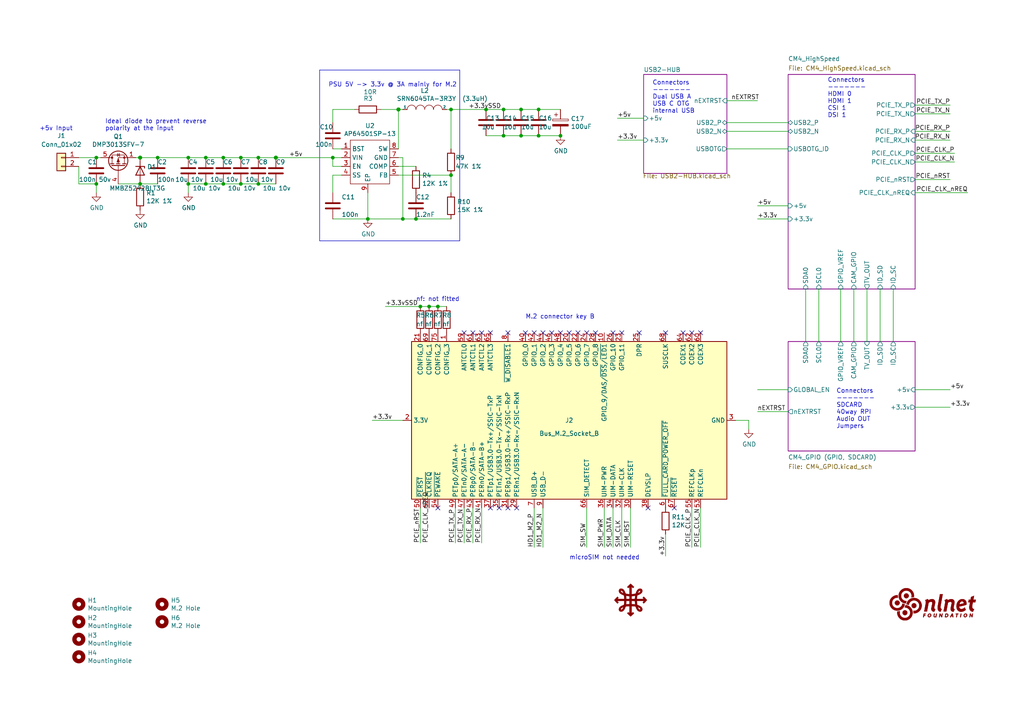
<source format=kicad_sch>
(kicad_sch (version 20220404) (generator eeschema)
  (paper "A4")
  (title_block (title "Balthazar CM4 IO Board - Top Level") (rev "1"))
  (lib_symbols
    (symbol "CM4IO:AP64351"
      (property "Reference" "U" (at 0 8.89 0))
      (property "Value" "AP64351" (at 1.27 6.35 0))
      (symbol "AP64351_1_1"
        (pin passive line (at -7.62 2.54 0) (length 2.54) (name "BST") (number "1"))
        (pin power_in line (at -7.62 0 0) (length 2.54) (name "VIN") (number "2"))
        (pin input line (at -7.62 -2.54 0) (length 2.54) (name "EN") (number "3"))
        (pin input line (at -7.62 -5.08 0) (length 2.54) (name "SS") (number "4"))
        (pin input line (at 8.89 -5.08 180) (length 2.54) (name "FB") (number "5"))
        (pin input line (at 8.89 -2.54 180) (length 2.54) (name "COMP") (number "6"))
        (pin power_in line (at 8.89 0 180) (length 2.54) (name "GND") (number "7"))
        (pin output line (at 8.89 2.54 180) (length 2.54) (name "SW") (number "8"))
        (pin passive line (at 0 -10.16 90) (length 2.54) (name "EP") (number "9"))
      )
    )
    (symbol "Connector:Bus_M.2_Socket_B"
      (property "Reference" "J" (at -22.86 46.99 0))
      (property "Value" "Bus_M.2_Socket_B" (at 16.51 46.99 0))
      (symbol "Bus_M.2_Socket_B_1_1"
        (pin input line (at 25.4 35.56 180) (length 2.54) (name "CONFIG_3") (number "1"))
        (pin bidirectional line (at 25.4 -10.16 180) (length 2.54) (name "GPIO_9/DAS/~{DSS}/~{LED1}") (number "10"))
        (pin passive line (at 0 -48.26 90) (length 2.54) hide (name "GND") (number "11"))
        (pin power_in line (at 0 48.26 270) (length 2.54) (name "3.3V") (number "2"))
        (pin bidirectional line (at 25.4 0 180) (length 2.54) (name "GPIO_5") (number "20"))
        (pin input line (at 25.4 43.18 180) (length 2.54) (name "CONFIG_0") (number "21"))
        (pin bidirectional line (at 25.4 -2.54 180) (length 2.54) (name "GPIO_6") (number "22"))
        (pin bidirectional line (at 25.4 -15.24 180) (length 2.54) (name "GPIO_11") (number "23"))
        (pin bidirectional line (at 25.4 -5.08 180) (length 2.54) (name "GPIO_7") (number "24"))
        (pin output line (at 25.4 -20.32 180) (length 2.54) (name "DPR") (number "25"))
        (pin bidirectional line (at 25.4 -12.7 180) (length 2.54) (name "GPIO_10") (number "26"))
        (pin passive line (at 0 -48.26 90) (length 2.54) hide (name "GND") (number "27"))
        (pin bidirectional line (at 25.4 -7.62 180) (length 2.54) (name "GPIO_8") (number "28"))
        (pin input line (at -25.4 15.24 0) (length 2.54) (name "PERn1/USB3.0-Rx-/SSIC-RxN") (number "29"))
        (pin power_in line (at 0 -48.26 90) (length 2.54) (name "GND") (number "3"))
        (pin input line (at -25.4 -17.78 0) (length 2.54) (name "UIM-RESET") (number "30"))
        (pin input line (at -25.4 17.78 0) (length 2.54) (name "PERp1/USB3.0-Rx+/SSIC-RxP") (number "31"))
        (pin input line (at -25.4 -15.24 0) (length 2.54) (name "UIM-CLK") (number "32"))
        (pin passive line (at 0 -48.26 90) (length 2.54) hide (name "GND") (number "33"))
        (pin bidirectional line (at -25.4 -12.7 0) (length 2.54) (name "UIM-DATA") (number "34"))
        (pin output line (at -25.4 20.32 0) (length 2.54) (name "PETn1/USB3.0-Tx-/SSIC-TxN") (number "35"))
        (pin input line (at -25.4 -10.16 0) (length 2.54) (name "UIM-PWR") (number "36"))
        (pin output line (at -25.4 22.86 0) (length 2.54) (name "PETp1/USB3.0-Tx+/SSIC-TxP") (number "37"))
        (pin output line (at -25.4 -22.86 0) (length 2.54) (name "DEVSLP") (number "38"))
        (pin passive line (at 0 -48.26 90) (length 2.54) hide (name "GND") (number "39"))
        (pin passive line (at 0 48.26 270) (length 2.54) hide (name "3.3V") (number "4"))
        (pin bidirectional line (at 25.4 12.7 180) (length 2.54) (name "GPIO_0") (number "40"))
        (pin input line (at -25.4 25.4 0) (length 2.54) (name "PERn0/SATA-B+") (number "41"))
        (pin bidirectional line (at 25.4 10.16 180) (length 2.54) (name "GPIO_1") (number "42"))
        (pin input line (at -25.4 27.94 0) (length 2.54) (name "PERp0/SATA-B-") (number "43"))
        (pin bidirectional line (at 25.4 7.62 180) (length 2.54) (name "GPIO_2") (number "44"))
        (pin passive line (at 0 -48.26 90) (length 2.54) hide (name "GND") (number "45"))
        (pin bidirectional line (at 25.4 5.08 180) (length 2.54) (name "GPIO_3") (number "46"))
        (pin output line (at -25.4 30.48 0) (length 2.54) (name "PETn0/SATA-A-") (number "47"))
        (pin bidirectional line (at 25.4 2.54 180) (length 2.54) (name "GPIO_4") (number "48"))
        (pin output line (at -25.4 33.02 0) (length 2.54) (name "PETp0/SATA-A+") (number "49"))
        (pin passive line (at 0 -48.26 90) (length 2.54) hide (name "GND") (number "5"))
        (pin output line (at -25.4 43.18 0) (length 2.54) (name "~{PERST}") (number "50"))
        (pin passive line (at 0 -48.26 90) (length 2.54) hide (name "GND") (number "51"))
        (pin bidirectional line (at -25.4 40.64 0) (length 2.54) (name "~{CLKREQ}") (number "52"))
        (pin output line (at -25.4 -38.1 0) (length 2.54) (name "REFCLKn") (number "53"))
        (pin bidirectional line (at -25.4 38.1 0) (length 2.54) (name "~{PEWAKE}") (number "54"))
        (pin output line (at -25.4 -35.56 0) (length 2.54) (name "REFCLKp") (number "55"))
        (pin no_connect line (at 22.86 -43.18 180) (length 2.54) hide (name "NC") (number "56"))
        (pin passive line (at 0 -48.26 90) (length 2.54) hide (name "GND") (number "57"))
        (pin no_connect line (at 22.86 -40.64 180) (length 2.54) hide (name "NC") (number "58"))
        (pin input line (at 25.4 30.48 180) (length 2.54) (name "ANTCTL0") (number "59"))
        (pin output line (at -25.4 -27.94 0) (length 2.54) (name "~{FULL_CARD_POWER_OFF}") (number "6"))
        (pin bidirectional line (at 25.4 -38.1 180) (length 2.54) (name "COEX3") (number "60"))
        (pin input line (at 25.4 27.94 180) (length 2.54) (name "ANTCTL1") (number "61"))
        (pin bidirectional line (at 25.4 -35.56 180) (length 2.54) (name "COEX2") (number "62"))
        (pin input line (at 25.4 25.4 180) (length 2.54) (name "ANTCTL2") (number "63"))
        (pin bidirectional line (at 25.4 -33.02 180) (length 2.54) (name "COEX1") (number "64"))
        (pin input line (at 25.4 22.86 180) (length 2.54) (name "ANTCTL3") (number "65"))
        (pin output line (at -25.4 -5.08 0) (length 2.54) (name "SIM_DETECT") (number "66"))
        (pin output line (at -25.4 -30.48 0) (length 2.54) (name "~{RESET}") (number "67"))
        (pin output line (at 25.4 -27.94 180) (length 2.54) (name "SUSCLK") (number "68"))
        (pin input line (at 25.4 40.64 180) (length 2.54) (name "CONFIG_1") (number "69"))
        (pin bidirectional line (at -25.4 10.16 0) (length 2.54) (name "USB_D+") (number "7"))
        (pin passive line (at 0 48.26 270) (length 2.54) hide (name "3.3V") (number "70"))
        (pin passive line (at 0 -48.26 90) (length 2.54) hide (name "GND") (number "71"))
        (pin passive line (at 0 48.26 270) (length 2.54) hide (name "3.3V") (number "72"))
        (pin passive line (at 0 -48.26 90) (length 2.54) hide (name "GND") (number "73"))
        (pin passive line (at 0 48.26 270) (length 2.54) hide (name "3.3V") (number "74"))
        (pin input line (at 25.4 38.1 180) (length 2.54) (name "CONFIG_2") (number "75"))
        (pin output line (at 25.4 17.78 180) (length 2.54) (name "~{W_DISABLE1}") (number "8"))
        (pin bidirectional line (at -25.4 7.62 0) (length 2.54) (name "USB_D-") (number "9"))
      )
    )
    (symbol "Connector_Generic:Conn_01x02" (pin_names (offset 1.016) hide)
      (property "Reference" "J" (at 0 2.54 0))
      (property "Value" "Conn_01x02" (at 0 -5.08 0))
      (symbol "Conn_01x02_1_1"
        (pin passive line (at -5.08 0 0) (length 3.81) (name "Pin_1") (number "1"))
        (pin passive line (at -5.08 -2.54 0) (length 3.81) (name "Pin_2") (number "2"))
      )
    )
    (symbol "Device:C" (pin_numbers hide) (pin_names (offset 0.254))
      (property "Reference" "C" (at 0.635 2.54 0))
      (property "Value" "C" (at 0.635 -2.54 0))
      (symbol "C_1_1"
        (pin passive line (at 0 3.81 270) (length 2.794) (name "~") (number "1"))
        (pin passive line (at 0 -3.81 90) (length 2.794) (name "~") (number "2"))
      )
    )
    (symbol "Device:CP" (pin_numbers hide) (pin_names (offset 0.254))
      (property "Reference" "C" (at 0.635 2.54 0))
      (property "Value" "CP" (at 0.635 -2.54 0))
      (symbol "CP_1_1"
        (pin passive line (at 0 3.81 270) (length 2.794) (name "~") (number "1"))
        (pin passive line (at 0 -3.81 90) (length 2.794) (name "~") (number "2"))
      )
    )
    (symbol "Device:R" (pin_numbers hide) (pin_names (offset 0))
      (property "Reference" "R" (at 2.032 0 90))
      (property "Value" "R" (at 0 0 90))
      (symbol "R_1_1"
        (pin passive line (at 0 3.81 270) (length 1.27) (name "~") (number "1"))
        (pin passive line (at 0 -3.81 90) (length 1.27) (name "~") (number "2"))
      )
    )
    (symbol "Diode:BZX84Cxx" (pin_numbers hide) (pin_names hide)
      (property "Reference" "D" (at 0 2.54 0))
      (property "Value" "BZX84Cxx" (at 0 -2.54 0))
      (symbol "BZX84Cxx_1_1"
        (pin passive line (at -3.81 0 0) (length 2.54) (name "K") (number "1"))
        (pin passive line (at 3.81 0 180) (length 2.54) (name "A") (number "2"))
      )
    )
    (symbol "Mechanical:MountingHole" (pin_names (offset 1.016))
      (property "Reference" "H" (at 0 5.08 0))
      (property "Value" "MountingHole" (at 0 3.175 0))
    )
    (symbol "MountingHole_1" (pin_names (offset 1.016))
      (property "Reference" "H" (at 0 5.08 0))
      (property "Value" "MountingHole_1" (at 0 3.175 0))
    )
    (symbol "MountingHole_2" (pin_names (offset 1.016))
      (property "Reference" "H" (at 0 5.08 0))
      (property "Value" "MountingHole_2" (at 0 3.175 0))
    )
    (symbol "MountingHole_3" (pin_names (offset 1.016))
      (property "Reference" "H" (at 0 5.08 0))
      (property "Value" "MountingHole_3" (at 0 3.175 0))
    )
    (symbol "Transistor_FET:DMP3013SFV" (pin_names hide)
      (property "Reference" "Q" (at 5.08 1.905 0))
      (property "Value" "DMP3013SFV" (at 5.08 0 0))
      (symbol "DMP3013SFV_1_1"
        (pin passive line (at 2.54 -5.08 90) (length 2.54) (name "S") (number "1"))
        (pin passive line (at 2.54 -5.08 90) (length 2.54) hide (name "S") (number "2"))
        (pin passive line (at 2.54 -5.08 90) (length 2.54) hide (name "S") (number "3"))
        (pin passive line (at -5.08 0 0) (length 2.54) (name "G") (number "4"))
        (pin passive line (at 2.54 5.08 270) (length 2.54) (name "D") (number "5"))
      )
    )
    (symbol "balthazar-logo:LOGO" (pin_names (offset 1.016)))
    (symbol "nlnet-logo:LOGO" (pin_names (offset 1.016)))
    (symbol "power:GND" (power) (pin_names (offset 0))
      (property "Value" "GND" (at 0 -3.81 0))
      (symbol "GND_1_1"
        (pin power_in line (at 0 0 270) (length 0) hide (name "GND") (number "1"))
      )
    )
    (symbol "pspice:INDUCTOR" (pin_numbers hide) (pin_names (offset 0))
      (property "Reference" "L" (at 0 2.54 0))
      (property "Value" "INDUCTOR" (at 0 -1.27 0))
      (symbol "INDUCTOR_1_1"
        (pin input line (at -6.35 0 0) (length 1.27) (name "1") (number "1"))
        (pin input line (at 6.35 0 180) (length 1.27) (name "2") (number "2"))
      )
    )
  )
  (junction (at 59.69 53.34))
  (junction (at 130.81 50.8))
  (junction (at 27.94 53.34))
  (junction (at 54.61 45.72))
  (junction (at 151.13 39.37))
  (junction (at 74.93 53.34))
  (junction (at 59.69 45.72))
  (junction (at 156.21 31.75))
  (junction (at 27.94 45.72))
  (junction (at 64.77 53.34))
  (junction (at 121.92 88.9))
  (junction (at 45.72 45.72))
  (junction (at 106.68 63.5))
  (junction (at 162.56 39.37))
  (junction (at 146.05 31.75))
  (junction (at 156.21 39.37))
  (junction (at 140.97 31.75))
  (junction (at 74.93 45.72))
  (junction (at 115.57 31.75) (diameter 1.016))
  (junction (at 146.05 39.37))
  (junction (at 96.52 45.72))
  (junction (at 64.77 45.72))
  (junction (at 116.84 63.5))
  (junction (at 130.81 31.75))
  (junction (at 69.85 45.72))
  (junction (at 40.64 45.72) (diameter 1.016))
  (junction (at 120.65 63.5))
  (junction (at 40.64 53.34))
  (junction (at 54.61 53.34))
  (junction (at 151.13 31.75))
  (junction (at 124.46 88.9))
  (junction (at 69.85 53.34))
  (junction (at 80.01 45.72) (diameter 1.016))
  (junction (at 127 88.9))
  (no_connect (at 193.04 96.52))
  (no_connect (at 195.58 147.32))
  (no_connect (at 149.86 147.32))
  (no_connect (at 147.32 147.32))
  (no_connect (at 144.78 147.32))
  (no_connect (at 142.24 147.32))
  (no_connect (at 134.62 96.52))
  (no_connect (at 137.16 96.52))
  (no_connect (at 139.7 96.52))
  (no_connect (at 142.24 96.52))
  (no_connect (at 185.42 96.52))
  (no_connect (at 167.64 96.52))
  (no_connect (at 170.18 96.52))
  (no_connect (at 172.72 96.52))
  (no_connect (at 187.96 147.32))
  (no_connect (at 165.1 96.52))
  (no_connect (at 203.2 96.52))
  (no_connect (at 200.66 96.52))
  (no_connect (at 198.12 96.52))
  (no_connect (at 147.32 96.52))
  (no_connect (at 177.8 96.52))
  (no_connect (at 180.34 96.52))
  (no_connect (at 152.4 96.52))
  (no_connect (at 154.94 96.52))
  (no_connect (at 157.48 96.52))
  (no_connect (at 160.02 96.52))
  (no_connect (at 162.56 96.52))
  (no_connect (at 127 147.32))
  (wire (pts (xy 177.8 147.32) (xy 177.8 158.75)))
  (wire (pts (xy 156.21 31.75) (xy 151.13 31.75)))
  (wire (pts (xy 180.34 147.32) (xy 180.34 158.75)))
  (wire (pts (xy 140.97 39.37) (xy 146.05 39.37)))
  (wire (pts (xy 265.43 40.64) (xy 275.59 40.64)))
  (wire (pts (xy 111.76 88.9) (xy 121.92 88.9)))
  (wire (pts (xy 170.18 147.32) (xy 170.18 158.75)))
  (wire (pts (xy 27.94 45.72) (xy 29.21 45.72)))
  (wire (pts (xy 130.81 31.75) (xy 140.97 31.75)))
  (wire (pts (xy 130.81 31.75) (xy 130.81 43.18)))
  (wire (pts (xy 115.57 45.72) (xy 116.84 45.72)))
  (wire (pts (xy 80.01 45.72) (xy 96.52 45.72)))
  (wire (pts (xy 59.69 45.72) (xy 64.77 45.72)))
  (wire (pts (xy 275.59 113.03) (xy 265.43 113.03)))
  (wire (pts (xy 219.71 113.03) (xy 228.6 113.03)))
  (wire (pts (xy 99.06 50.8) (xy 96.52 50.8)))
  (wire (pts (xy 69.85 45.72) (xy 74.93 45.72)))
  (wire (pts (xy 74.93 45.72) (xy 80.01 45.72)))
  (wire (pts (xy 110.49 31.75) (xy 115.57 31.75)))
  (wire (pts (xy 115.57 31.75) (xy 116.84 31.75)))
  (wire (pts (xy 243.84 83.82) (xy 243.84 99.06)))
  (wire (pts (xy 179.07 34.29) (xy 186.69 34.29)))
  (wire (pts (xy 251.46 99.06) (xy 251.46 83.82)))
  (wire (pts (xy 106.68 63.5) (xy 116.84 63.5)))
  (wire (pts (xy 154.94 147.32) (xy 154.94 158.75)))
  (wire (pts (xy 134.62 147.32) (xy 134.62 157.48)))
  (wire (pts (xy 39.37 45.72) (xy 40.64 45.72)))
  (wire (pts (xy 34.29 53.34) (xy 40.64 53.34)))
  (wire (pts (xy 210.82 38.1) (xy 228.6 38.1)))
  (wire (pts (xy 265.43 44.45) (xy 276.86 44.45)))
  (wire (pts (xy 116.84 45.72) (xy 116.84 63.5)))
  (wire (pts (xy 127 88.9) (xy 129.54 88.9)))
  (wire (pts (xy 96.52 31.75) (xy 102.87 31.75)))
  (wire (pts (xy 140.97 31.75) (xy 146.05 31.75)))
  (wire (pts (xy 217.17 121.92) (xy 217.17 124.46)))
  (wire (pts (xy 182.88 147.32) (xy 182.88 158.75)))
  (wire (pts (xy 54.61 45.72) (xy 59.69 45.72)))
  (wire (pts (xy 40.64 45.72) (xy 45.72 45.72)))
  (wire (pts (xy 121.92 88.9) (xy 124.46 88.9)))
  (wire (pts (xy 255.27 83.82) (xy 255.27 99.06)))
  (wire (pts (xy 132.08 147.32) (xy 132.08 157.48)))
  (wire (pts (xy 116.84 63.5) (xy 120.65 63.5)))
  (wire (pts (xy 237.49 83.82) (xy 237.49 99.06)))
  (wire (pts (xy 115.57 50.8) (xy 130.81 50.8)))
  (wire (pts (xy 219.71 63.5) (xy 228.6 63.5)))
  (wire (pts (xy 22.86 53.34) (xy 22.86 48.26)))
  (wire (pts (xy 156.21 31.75) (xy 162.56 31.75)))
  (wire (pts (xy 139.7 147.32) (xy 139.7 157.48)))
  (wire (pts (xy 129.54 31.75) (xy 130.81 31.75)))
  (wire (pts (xy 210.82 29.21) (xy 219.71 29.21)))
  (wire (pts (xy 96.52 63.5) (xy 106.68 63.5)))
  (wire (pts (xy 96.52 48.26) (xy 99.06 48.26)))
  (wire (pts (xy 74.93 53.34) (xy 80.01 53.34)))
  (wire (pts (xy 69.85 53.34) (xy 74.93 53.34)))
  (wire (pts (xy 179.07 40.64) (xy 186.69 40.64)))
  (wire (pts (xy 146.05 31.75) (xy 151.13 31.75)))
  (polyline (pts (xy 133.35 20.32) (xy 133.35 69.85)) (stroke (width 0) (type solid)))
  (wire (pts (xy 233.68 83.82) (xy 233.68 99.06)))
  (wire (pts (xy 107.95 121.92) (xy 116.84 121.92)))
  (wire (pts (xy 96.52 50.8) (xy 96.52 55.88)))
  (polyline (pts (xy 133.35 69.85) (xy 92.71 69.85)) (stroke (width 0) (type solid)))
  (wire (pts (xy 115.57 31.75) (xy 115.57 43.18)))
  (wire (pts (xy 27.94 53.34) (xy 22.86 53.34)))
  (wire (pts (xy 203.2 147.32) (xy 203.2 158.75)))
  (wire (pts (xy 265.43 30.48) (xy 275.59 30.48)))
  (wire (pts (xy 265.43 46.99) (xy 276.86 46.99)))
  (wire (pts (xy 40.64 53.34) (xy 45.72 53.34)))
  (wire (pts (xy 121.92 147.32) (xy 121.92 157.48)))
  (wire (pts (xy 265.43 52.07) (xy 275.59 52.07)))
  (wire (pts (xy 156.21 39.37) (xy 162.56 39.37)))
  (wire (pts (xy 210.82 43.18) (xy 228.6 43.18)))
  (wire (pts (xy 130.81 50.8) (xy 130.81 55.88)))
  (wire (pts (xy 156.21 39.37) (xy 151.13 39.37)))
  (wire (pts (xy 27.94 53.34) (xy 27.94 55.88)))
  (wire (pts (xy 265.43 55.88) (xy 280.67 55.88)))
  (wire (pts (xy 193.04 154.94) (xy 193.04 161.29)))
  (wire (pts (xy 54.61 53.34) (xy 59.69 53.34)))
  (wire (pts (xy 45.72 45.72) (xy 54.61 45.72)))
  (wire (pts (xy 96.52 31.75) (xy 96.52 35.56)))
  (wire (pts (xy 157.48 147.32) (xy 157.48 158.75)))
  (wire (pts (xy 96.52 45.72) (xy 99.06 45.72)))
  (polyline (pts (xy 92.71 20.32) (xy 133.35 20.32)) (stroke (width 0) (type solid)))
  (wire (pts (xy 219.71 119.38) (xy 228.6 119.38)))
  (wire (pts (xy 219.71 59.69) (xy 228.6 59.69)))
  (wire (pts (xy 217.17 121.92) (xy 213.36 121.92)))
  (wire (pts (xy 96.52 43.18) (xy 99.06 43.18)))
  (wire (pts (xy 200.66 147.32) (xy 200.66 158.75)))
  (polyline (pts (xy 92.71 20.32) (xy 92.71 69.85)) (stroke (width 0) (type solid)))
  (wire (pts (xy 59.69 53.34) (xy 64.77 53.34)))
  (wire (pts (xy 247.65 99.06) (xy 247.65 83.82)))
  (wire (pts (xy 210.82 35.56) (xy 228.6 35.56)))
  (wire (pts (xy 64.77 45.72) (xy 69.85 45.72)))
  (wire (pts (xy 124.46 88.9) (xy 127 88.9)))
  (wire (pts (xy 64.77 53.34) (xy 69.85 53.34)))
  (wire (pts (xy 96.52 45.72) (xy 96.52 48.26)))
  (wire (pts (xy 265.43 118.11) (xy 275.59 118.11)))
  (wire (pts (xy 259.08 99.06) (xy 259.08 83.82)))
  (wire (pts (xy 106.68 55.88) (xy 106.68 63.5)))
  (wire (pts (xy 54.61 53.34) (xy 54.61 55.88)))
  (wire (pts (xy 115.57 48.26) (xy 120.65 48.26)))
  (wire (pts (xy 146.05 39.37) (xy 151.13 39.37)))
  (wire (pts (xy 137.16 147.32) (xy 137.16 157.48)))
  (wire (pts (xy 265.43 33.02) (xy 275.59 33.02)))
  (wire (pts (xy 120.65 63.5) (xy 130.81 63.5)))
  (wire (pts (xy 22.86 45.72) (xy 27.94 45.72)))
  (wire (pts (xy 175.26 147.32) (xy 175.26 158.75)))
  (wire (pts (xy 265.43 38.1) (xy 275.59 38.1)))
  (text "nf: not fitted" (at 120.65 87.63 0) (effects (font (size 1.27 1.27)) (justify left bottom)))
  (text "Connectors\n-------\nSDCARD\n40way RPI\nAudio OUT\nJumpers" (at 242.57 124.46 0) (effects (font (size 1.27 1.27)) (justify left bottom)))
  (text "Connectors\n-------\nDual USB A\nUSB C OTG\ninternal USB" (at 189.23 33.02 0) (effects (font (size 1.27 1.27)) (justify left bottom)))
  (text "Ideal diode to prevent reverse\npolarity at the input" (at 30.48 38.1 0) (effects (font (size 1.27 1.27)) (justify left bottom)))
  (text "+5v Input" (at 11.43 38.1 0) (effects (font (size 1.27 1.27)) (justify left bottom)))
  (text "Connectors\n-------\nHDMI 0\nHDMI 1\nCSI 1\nDSI 1" (at 240.03 34.29 0) (effects (font (size 1.27 1.27)) (justify left bottom)))
  (text "PSU 5V -> 3.3v @ 3A mainly for M.2" (at 95.25 25.4 0) (effects (font (size 1.27 1.27)) (justify left bottom)))
  (text "M.2 connector key B" (at 152.4 92.71 0) (effects (font (size 1.27 1.27)) (justify left bottom)))
  (text "microSIM not needed" (at 165.1 162.56 0) (effects (font (size 1.27 1.27)) (justify left bottom)))
  (label "PCIE_CLK_N" (at 276.86 46.99 0))
  (label "SIM_DATA" (at 177.8 158.75 90))
  (label "PCIE_RX_P" (at 275.59 38.1 0))
  (label "+3.3v" (at 275.59 118.11 0))
  (label "PCIE_CLK_N" (at 203.2 158.75 90))
  (label "PCIE_TX_P" (at 132.08 157.48 90))
  (label "nEXTRST" (at 219.71 119.38 0))
  (label "SIM_RST" (at 182.88 158.75 90))
  (label "+3.3v" (at 193.04 161.29 90))
  (label "SIM_SW" (at 170.18 158.75 90))
  (label "PCIE_CLK_nREQ" (at 124.46 157.48 90))
  (label "+5v" (at 179.07 34.29 0))
  (label "+3.3vSSD" (at 135.89 31.75 0))
  (label "PCIE_RX_P" (at 137.16 157.48 90))
  (label "nEXTRST" (at 212.09 29.21 0))
  (label "SIM_CLK" (at 180.34 158.75 90))
  (label "HD1_M2_N" (at 157.48 158.75 90))
  (label "+3.3v" (at 107.95 121.92 0))
  (label "+3.3v" (at 179.07 40.64 0))
  (label "PCIE_CLK_P" (at 200.66 158.75 90))
  (label "PCIE_TX_N" (at 275.59 33.02 0))
  (label "PCIE_TX_N" (at 134.62 157.48 90))
  (label "+5v" (at 83.82 45.72 0))
  (label "PCIE_nRST" (at 275.59 52.07 0))
  (label "PCIE_CLK_nREQ" (at 280.67 55.88 0))
  (label "PCIE_CLK_P" (at 276.86 44.45 0))
  (label "+3.3v" (at 219.71 63.5 0))
  (label "+5v" (at 275.59 113.03 0))
  (label "PCIE_RX_N" (at 275.59 40.64 0))
  (label "HD1_M2_P" (at 154.94 158.75 90))
  (label "+3.3vSSD" (at 111.76 88.9 0))
  (label "PCIE_RX_N" (at 139.7 157.48 90))
  (label "PCIE_nRST" (at 121.92 157.48 90))
  (label "PCIE_TX_P" (at 275.59 30.48 0))
  (label "SIM_PWR" (at 175.26 158.75 90))
  (label "+5v" (at 219.71 59.69 0))
  (symbol (lib_name "MountingHole_2") (lib_id "Mechanical:MountingHole") (at 22.86 190.5 0) (unit 1)
    (default_instance (reference "U") (unit 1) (value "") (footprint ""))
    (property "Reference" "H4" (at 25.4 189.357 0) (effects (justify left)))
    (property "Value" "MountingHole" (at 25.4 191.643 0) (effects (justify left)))
    (property "Footprint" "MountingHole:MountingHole_2.7mm_M2.5" (effects hide))
    (property "Field4" "nf" (effects hide))
    (property "Field5" "nf" (effects hide))
    (property "Field6" "nf" (effects hide))
    (property "Field7" "nf" (effects hide))
    (property "Part Description" "M2.5 mounting hole" (effects hide))
  )
  (symbol (lib_name "MountingHole_3") (lib_id "Mechanical:MountingHole") (at 22.86 185.42 0) (unit 1)
    (default_instance (reference "U") (unit 1) (value "") (footprint ""))
    (property "Reference" "H3" (at 25.4 184.277 0) (effects (justify left)))
    (property "Value" "MountingHole" (at 25.4 186.563 0) (effects (justify left)))
    (property "Footprint" "MountingHole:MountingHole_2.7mm_M2.5" (effects hide))
    (property "Field4" "nf" (effects hide))
    (property "Field5" "nf" (effects hide))
    (property "Field6" "nf" (effects hide))
    (property "Field7" "nf" (effects hide))
    (property "Part Description" "M2.5 mounting hole" (effects hide))
  )
  (symbol (lib_name "MountingHole_1") (lib_id "Mechanical:MountingHole") (at 22.86 180.34 0) (unit 1)
    (default_instance (reference "U") (unit 1) (value "") (footprint ""))
    (property "Reference" "H2" (at 25.4 179.197 0) (effects (justify left)))
    (property "Value" "MountingHole" (at 25.4 181.483 0) (effects (justify left)))
    (property "Footprint" "MountingHole:MountingHole_2.7mm_M2.5" (effects hide))
    (property "Field4" "nf" (effects hide))
    (property "Field5" "nf" (effects hide))
    (property "Field6" "nf" (effects hide))
    (property "Field7" "nf" (effects hide))
    (property "Part Description" "M2.5 mounting hole" (effects hide))
  )
  (symbol (lib_id "Mechanical:MountingHole") (at 22.86 175.26 0) (unit 1)
    (default_instance (reference "U") (unit 1) (value "") (footprint ""))
    (property "Reference" "H1" (at 25.4 174.117 0) (effects (justify left)))
    (property "Value" "MountingHole" (at 25.4 176.403 0) (effects (justify left)))
    (property "Footprint" "MountingHole:MountingHole_2.7mm_M2.5" (effects hide))
    (property "Field4" "nf" (effects hide))
    (property "Field5" "nf" (effects hide))
    (property "Field6" "nf" (effects hide))
    (property "Field7" "nf" (effects hide))
    (property "Part Description" "M2.5 mounting hole" (effects hide))
  )
  (symbol (lib_id "power:GND") (at 54.61 55.88 0) (unit 1)
    (default_instance (reference "U") (unit 1) (value "") (footprint ""))
    (property "Reference" "#PWR03" (effects hide))
    (property "Value" "GND" (at 54.737 60.2742 0))
  )
  (symbol (lib_id "Device:C") (at 69.85 49.53 0) (unit 1)
    (default_instance (reference "U") (unit 1) (value "") (footprint ""))
    (property "Reference" "C7" (at 69.85 46.99 0) (effects (justify left)))
    (property "Value" "10u 10v" (at 66.04 54.61 0) (effects (justify left)))
    (property "Footprint" "Capacitor_SMD:C_0805_2012Metric" (effects hide))
    (property "Field5" "490-10505-1-ND" (effects hide))
    (property "Field4" "Digikey" (effects hide))
    (property "Field6" "GRM21BC8YA106KE11L " (effects hide))
    (property "Field7" "Murata" (effects hide))
    (property "Part Description" "	10uF 10% or 20% 35V Ceramic Capacitor X6S 0805 (2012 Metric)" (effects hide))
  )
  (symbol (lib_id "Device:R") (at 193.04 151.13 0) (unit 1)
    (default_instance (reference "U") (unit 1) (value "") (footprint ""))
    (property "Reference" "R11" (at 194.818 149.9616 0) (effects (justify left)))
    (property "Value" "12K" (at 194.818 152.273 0) (effects (justify left)))
    (property "Footprint" "Resistor_SMD:R_0402_1005Metric" (effects hide))
    (property "Field4" "Farnell" (effects hide))
    (property "Field5" "9239375" (effects hide))
    (property "Field6" "MCR01MZPF1502" (effects hide))
    (property "Field7" "Rohm" (effects hide))
    (property "Part Description" "Resistor 15K M1005 1% 63mW" (effects hide))
    (property "Field8" "120891581" (effects hide))
  )
  (symbol (lib_id "Device:C") (at 140.97 35.56 0) (unit 1)
    (default_instance (reference "U") (unit 1) (value "") (footprint ""))
    (property "Reference" "C13" (at 140.97 34.29 0) (effects (justify left)))
    (property "Value" "10u" (at 139.7 36.83 0) (effects (justify left)))
    (property "Footprint" "Capacitor_SMD:C_0805_2012Metric" (effects hide))
    (property "Field5" "490-14381-1-ND" (effects hide))
    (property "Field4" "Digikey" (effects hide))
    (property "Field6" "GRM21BR71A106KA73L" (effects hide))
    (property "Field7" "Murata" (effects hide))
    (property "Part Description" "	10uF 10% 10V Ceramic Capacitor X7R 0805 (2012 Metric)" (effects hide))
    (property "Field8" "111893011" (effects hide))
  )
  (symbol (lib_id "Device:R") (at 129.54 92.71 0) (unit 1)
    (default_instance (reference "U") (unit 1) (value "") (footprint ""))
    (property "Reference" "R8" (at 128.27 91.44 0) (effects (justify left)))
    (property "Value" "nf" (at 128.27 93.98 0) (effects (justify left)))
    (property "Footprint" "Resistor_SMD:R_0402_1005Metric" (effects hide))
    (property "Field4" "Farnell" (effects hide))
    (property "Field5" "9239375" (effects hide))
    (property "Field6" "MCR01MZPF1502" (effects hide))
    (property "Field7" "Rohm" (effects hide))
    (property "Part Description" "Resistor 15K M1005 1% 63mW" (effects hide))
    (property "Field8" "120891581" (effects hide))
  )
  (symbol (lib_id "Device:C") (at 27.94 49.53 0) (unit 1)
    (default_instance (reference "U") (unit 1) (value "") (footprint ""))
    (property "Reference" "C1" (at 25.4 46.99 0) (effects (justify left)))
    (property "Value" "100n 50v" (at 22.86 52.07 0) (effects (justify left)))
    (property "Footprint" "Capacitor_SMD:C_0402_1005Metric" (effects hide))
    (property "Datasheet" "https://psearch.en.murata.com/capacitor/product/GRM155R62A104KE14%23.pdf" (effects hide))
    (property "Field4" "Farnell" (effects hide))
    (property "Field5" "2611907" (effects hide))
    (property "Field6" "GRM155R62A104KE14D" (effects hide))
    (property "Field7" "Murata" (effects hide))
    (property "Part Description" "	0.1uF 10% 100V Ceramic Capacitor X5R 0402 (1005 Metric)" (effects hide))
  )
  (symbol (lib_id "Device:C") (at 64.77 49.53 0) (unit 1)
    (default_instance (reference "U") (unit 1) (value "") (footprint ""))
    (property "Reference" "C6" (at 64.77 46.99 0) (effects (justify left)))
    (property "Value" "10u 10v" (at 60.96 52.07 0) (effects (justify left)))
    (property "Footprint" "Capacitor_SMD:C_0805_2012Metric" (effects hide))
    (property "Field5" "490-10505-1-ND" (effects hide))
    (property "Field4" "Digikey" (effects hide))
    (property "Field6" "GRM21BC8YA106KE11L " (effects hide))
    (property "Field7" "Murata" (effects hide))
    (property "Part Description" "	10uF 10% or 20% 35V Ceramic Capacitor X6S 0805 (2012 Metric)" (effects hide))
  )
  (symbol (lib_id "Device:R") (at 127 92.71 0) (unit 1)
    (default_instance (reference "U") (unit 1) (value "") (footprint ""))
    (property "Reference" "R7" (at 125.73 91.44 0) (effects (justify left)))
    (property "Value" "nf" (at 125.73 93.98 0) (effects (justify left)))
    (property "Footprint" "Resistor_SMD:R_0402_1005Metric" (effects hide))
    (property "Field4" "Farnell" (effects hide))
    (property "Field5" "9239375" (effects hide))
    (property "Field6" "MCR01MZPF1502" (effects hide))
    (property "Field7" "Rohm" (effects hide))
    (property "Part Description" "Resistor 15K M1005 1% 63mW" (effects hide))
    (property "Field8" "120891581" (effects hide))
  )
  (symbol (lib_id "Device:C") (at 96.52 39.37 0) (unit 1)
    (default_instance (reference "U") (unit 1) (value "") (footprint ""))
    (property "Reference" "C10" (at 92.71 36.83 0) (effects (justify left)))
    (property "Value" "100n" (at 91.44 41.91 0) (effects (justify left)))
    (property "Footprint" "Capacitor_SMD:C_0402_1005Metric" (effects hide))
    (property "Field4" "Farnell" (effects hide))
    (property "Field5" "2611911" (effects hide))
    (property "Field6" "RM EMK105 B7104KV-F" (effects hide))
    (property "Field7" "TAIYO YUDEN EUROPE GMBH" (effects hide))
    (property "Part Description" "	0.1uF 10% 16V Ceramic Capacitor X7R 0402 (1005 Metric)" (effects hide))
    (property "Field8" "110091611" (effects hide))
  )
  (symbol (lib_id "Diode:BZX84Cxx") (at 40.64 49.53 270) (unit 1)
    (default_instance (reference "U") (unit 1) (value "") (footprint ""))
    (property "Reference" "D1" (at 42.672 48.387 90) (effects (justify left)))
    (property "Value" "MMBZ5242BLT3G" (at 31.75 54.61 90) (effects (justify left)))
    (property "Footprint" "Diode_SMD:D_SOT-23_ANK" (effects hide))
    (property "Datasheet" "https://diotec.com/tl_files/diotec/files/pdf/datasheets/bzx84c2v4.pdf" (effects hide))
    (property "Field4" "Digikey" (effects hide))
    (property "Field5" "	MMBZ5242BLT3GOSCT-ND" (effects hide))
    (property "Field6" "MMBZ5242BLT3G" (effects hide))
    (property "Field7" "Onsemi" (effects hide))
    (property "Part Description" "	Zener Diode 12V 225mW 5% Surface Mount SOT-23-3 (TO-236)" (effects hide))
  )
  (symbol (lib_id "nlnet-logo:LOGO") (at 270.51 175.26 0) (unit 1)
    (default_instance (reference "#G") (unit 1) (value "LOGO") (footprint ""))
    (property "Reference" "#G2" (effects hide))
    (property "Value" "LOGO" (effects hide))
  )
  (symbol (lib_id "Device:C") (at 74.93 49.53 0) (unit 1)
    (default_instance (reference "U") (unit 1) (value "") (footprint ""))
    (property "Reference" "C8" (at 74.93 46.99 0) (effects (justify left)))
    (property "Value" "10u 10v" (at 71.12 52.07 0) (effects (justify left)))
    (property "Footprint" "Capacitor_SMD:C_0805_2012Metric" (effects hide))
    (property "Field5" "490-10505-1-ND" (effects hide))
    (property "Field4" "Digikey" (effects hide))
    (property "Field6" "GRM21BC8YA106KE11L " (effects hide))
    (property "Field7" "Murata" (effects hide))
    (property "Part Description" "	10uF 10% or 20% 35V Ceramic Capacitor X6S 0805 (2012 Metric)" (effects hide))
  )
  (symbol (lib_id "power:GND") (at 217.17 124.46 0) (unit 1)
    (default_instance (reference "U") (unit 1) (value "") (footprint ""))
    (property "Reference" "#PWR07" (effects hide))
    (property "Value" "GND" (at 217.297 128.8542 0))
  )
  (symbol (lib_id "Device:C") (at 120.65 59.69 0) (unit 1)
    (default_instance (reference "U") (unit 1) (value "") (footprint ""))
    (property "Reference" "C12" (at 120.65 57.15 0) (effects (justify left)))
    (property "Value" "1.2nF" (at 120.65 62.23 0) (effects (justify left)))
    (property "Footprint" "Capacitor_SMD:C_0402_1005Metric" (effects hide))
    (property "Field4" "Digikey" (effects hide))
    (property "Field5" "490-16429-1-ND" (effects hide))
    (property "Field6" "GCM155R71H122KA37D" (effects hide))
    (property "Field7" "Murata" (effects hide))
    (property "Part Description" "1200pF 10% 10V Ceramic Capacitor X5R 0402 (1005 Metric)" (effects hide))
  )
  (symbol (lib_id "Device:R") (at 130.81 59.69 0) (unit 1)
    (default_instance (reference "U") (unit 1) (value "") (footprint ""))
    (property "Reference" "R10" (at 132.588 58.5216 0) (effects (justify left)))
    (property "Value" "15K 1%" (at 132.588 60.833 0) (effects (justify left)))
    (property "Footprint" "Resistor_SMD:R_0402_1005Metric" (effects hide))
    (property "Field4" "Farnell" (effects hide))
    (property "Field5" "9239375" (effects hide))
    (property "Field6" "MCR01MZPF1502" (effects hide))
    (property "Field7" "Rohm" (effects hide))
    (property "Part Description" "Resistor 15K M1005 1% 63mW" (effects hide))
    (property "Field8" "120891581" (effects hide))
  )
  (symbol (lib_id "Device:C") (at 96.52 59.69 0) (unit 1)
    (default_instance (reference "U") (unit 1) (value "") (footprint ""))
    (property "Reference" "C11" (at 99.06 57.15 0) (effects (justify left)))
    (property "Value" "100n" (at 99.06 62.23 0) (effects (justify left)))
    (property "Footprint" "Capacitor_SMD:C_0402_1005Metric" (effects hide))
    (property "Field4" "Farnell" (effects hide))
    (property "Field5" "2611911" (effects hide))
    (property "Field6" "RM EMK105 B7104KV-F" (effects hide))
    (property "Field7" "TAIYO YUDEN EUROPE GMBH" (effects hide))
    (property "Part Description" "	0.1uF 10% 16V Ceramic Capacitor X7R 0402 (1005 Metric)" (effects hide))
    (property "Field8" "110091611" (effects hide))
  )
  (symbol (lib_id "power:GND") (at 40.64 60.96 0) (unit 1)
    (default_instance (reference "U") (unit 1) (value "") (footprint ""))
    (property "Reference" "#PWR02" (effects hide))
    (property "Value" "GND" (at 40.767 65.3542 0))
  )
  (symbol (lib_id "Transistor_FET:DMP3013SFV") (at 34.29 48.26 90) (unit 1)
    (default_instance (reference "U") (unit 1) (value "") (footprint ""))
    (property "Reference" "Q1" (at 34.29 39.5986 90))
    (property "Value" "DMP3013SFV-7" (at 34.29 41.91 90))
    (property "Footprint" "Package_SON:Diodes_PowerDI3333-8" (effects hide))
    (property "Datasheet" "https://www.diodes.com/assets/Datasheets/DMP3013SFV.pdf" (effects hide))
    (property "Field4" "Farnell" (effects hide))
    (property "Field5" "3405192" (effects hide))
    (property "Field6" "DMP3013SFV-7" (effects hide))
    (property "Field7" "Diodes" (effects hide))
    (property "Part Description" "DMP3013SFV-7 -  Power MOSFET, P Channel, 30 V, 12 A, 0.008 ohm, PowerDI3333, Surface Mount" (effects hide))
  )
  (symbol (lib_id "Device:R") (at 121.92 92.71 0) (unit 1)
    (default_instance (reference "U") (unit 1) (value "") (footprint ""))
    (property "Reference" "R5" (at 120.65 91.44 0) (effects (justify left)))
    (property "Value" "nf" (at 120.65 93.98 0) (effects (justify left)))
    (property "Footprint" "Resistor_SMD:R_0402_1005Metric" (effects hide))
    (property "Field4" "Farnell" (effects hide))
    (property "Field5" "9239375" (effects hide))
    (property "Field6" "MCR01MZPF1502" (effects hide))
    (property "Field7" "Rohm" (effects hide))
    (property "Part Description" "Resistor 15K M1005 1% 63mW" (effects hide))
    (property "Field8" "120891581" (effects hide))
  )
  (symbol (lib_id "Device:R") (at 124.46 92.71 0) (unit 1)
    (default_instance (reference "U") (unit 1) (value "") (footprint ""))
    (property "Reference" "R6" (at 123.19 91.44 0) (effects (justify left)))
    (property "Value" "nf" (at 123.19 93.98 0) (effects (justify left)))
    (property "Footprint" "Resistor_SMD:R_0402_1005Metric" (effects hide))
    (property "Field4" "Farnell" (effects hide))
    (property "Field5" "9239375" (effects hide))
    (property "Field6" "MCR01MZPF1502" (effects hide))
    (property "Field7" "Rohm" (effects hide))
    (property "Part Description" "Resistor 15K M1005 1% 63mW" (effects hide))
    (property "Field8" "120891581" (effects hide))
  )
  (symbol (lib_id "pspice:INDUCTOR") (at 123.19 31.75 0) (unit 1)
    (default_instance (reference "U") (unit 1) (value "") (footprint ""))
    (property "Reference" "L2" (at 123.19 26.289 0))
    (property "Value" "SRN6045TA-3R3Y  (3.3uH)" (at 128.27 28.6004 0))
    (property "Footprint" "Inductor_SMD:L_Bourns_SRP7028A_7.3x6.6mm" (effects hide))
    (property "Field4" "Farnell" (effects hide))
    (property "Field5" "2616889" (effects hide))
    (property "Field6" "SRN6045TA-3R3Y" (effects hide))
    (property "Field7" "Bourns" (effects hide))
    (property "Part Description" "3.3µH Semi-Shielded Wirewound Inductor 7.8A 21mOhm Nonstandard" (effects hide))
  )
  (symbol (lib_name "MountingHole_2") (lib_id "Mechanical:MountingHole") (at 46.99 180.34 0) (unit 1)
    (default_instance (reference "U") (unit 1) (value "") (footprint ""))
    (property "Reference" "H6" (at 49.53 179.197 0) (effects (justify left)))
    (property "Value" "M.2 Hole" (at 49.53 181.483 0) (effects (justify left)))
    (property "Footprint" "MountingHole:M.2Hole_3.5mm" (effects hide))
    (property "Field4" "nf" (effects hide))
    (property "Field5" "nf" (effects hide))
    (property "Field6" "nf" (effects hide))
    (property "Field7" "nf" (effects hide))
    (property "Part Description" "M2.5 mounting hole" (effects hide))
  )
  (symbol (lib_id "Device:CP") (at 162.56 35.56 0) (unit 1)
    (default_instance (reference "U") (unit 1) (value "") (footprint ""))
    (property "Reference" "C17" (at 165.5574 34.4174 0) (effects (justify left)))
    (property "Value" "100uF" (at 165.5568 36.703 0) (effects (justify left)))
    (property "Footprint" "Capacitor_Tantalum_SMD:CP_EIA-7343-31_Kemet-D" (effects hide))
    (property "Field4" "Mouser" (effects hide))
    (property "Field5" "667-EEF-CX0J101R" (effects hide))
    (property "Part Description" "Capacitor, SP-Cap, 100u, 6.3V, 15mR ESR" (effects hide))
  )
  (symbol (lib_id "Device:C") (at 54.61 49.53 0) (unit 1)
    (default_instance (reference "U") (unit 1) (value "") (footprint ""))
    (property "Reference" "C4" (at 54.61 46.99 0) (effects (justify left)))
    (property "Value" "10u 10v" (at 50.8 52.07 0) (effects (justify left)))
    (property "Footprint" "Capacitor_SMD:C_0805_2012Metric" (effects hide))
    (property "Field5" "490-10505-1-ND" (effects hide))
    (property "Field4" "Digikey" (effects hide))
    (property "Field6" "GRM21BC8YA106KE11L " (effects hide))
    (property "Field7" "Murata" (effects hide))
    (property "Part Description" "	10uF 10% or 20% 35V Ceramic Capacitor X6S 0805 (2012 Metric)" (effects hide))
  )
  (symbol (lib_id "Device:C") (at 151.13 35.56 0) (unit 1)
    (default_instance (reference "U") (unit 1) (value "") (footprint ""))
    (property "Reference" "C15" (at 151.13 34.29 0) (effects (justify left)))
    (property "Value" "10u" (at 151.13 36.83 0) (effects (justify left)))
    (property "Footprint" "Capacitor_SMD:C_0805_2012Metric" (effects hide))
    (property "Field5" "490-14381-1-ND" (effects hide))
    (property "Field4" "Digikey" (effects hide))
    (property "Field6" "GRM21BR71A106KA73L" (effects hide))
    (property "Field7" "Murata" (effects hide))
    (property "Part Description" "	10uF 10% 10V Ceramic Capacitor X7R 0805 (2012 Metric)" (effects hide))
    (property "Field8" "111893011" (effects hide))
  )
  (symbol (lib_id "Connector:Bus_M.2_Socket_B") (at 165.1 121.92 90) (unit 1)
    (default_instance (reference "U") (unit 1) (value "") (footprint ""))
    (property "Reference" "J2" (at 165.1 121.92 90))
    (property "Value" "Bus_M.2_Socket_B" (at 165.1 125.73 90))
    (property "Footprint" "CM4IO:Conn_TE-M.2-0.5-67P-doublesided" (effects hide))
    (property "Datasheet" "http://read.pudn.com/downloads794/doc/project/3133918/PCIe_M.2_Electromechanical_Spec_Rev1.0_Final_11012013_RS_Clean.pdf#page=154" (effects hide))
  )
  (symbol (lib_id "power:GND") (at 106.68 63.5 0) (unit 1)
    (default_instance (reference "U") (unit 1) (value "") (footprint ""))
    (property "Reference" "#PWR05" (effects hide))
    (property "Value" "GND" (at 106.807 67.8942 0))
  )
  (symbol (lib_id "power:GND") (at 27.94 55.88 0) (unit 1)
    (default_instance (reference "U") (unit 1) (value "") (footprint ""))
    (property "Reference" "#PWR01" (effects hide))
    (property "Value" "GND" (at 28.067 60.2742 0))
  )
  (symbol (lib_id "CM4IO:AP64351") (at 106.68 45.72 0) (unit 1)
    (default_instance (reference "U") (unit 1) (value "") (footprint ""))
    (property "Reference" "U2" (at 107.315 36.4744 0))
    (property "Value" "AP64501SP-13" (at 107.315 38.7858 0))
    (property "Footprint" "Package_SO:SOIC-8-1EP_3.9x4.9mm_P1.27mm_EP2.95x4.9mm_Mask2.71x3.4mm_ThermalVias" (effects hide))
    (property "Datasheet" "https://www.diodes.com/assets/Datasheets/AP64501.pdf" (effects hide))
    (property "Field4" "Digikey" (effects hide))
    (property "Field5" "31-AP64501SP-13CT-ND" (effects hide))
    (property "Field6" "AP64501SP-13" (effects hide))
    (property "Field7" "Diodes" (effects hide))
    (property "Part Description" "Buck Switching Regulator IC Positive Adjustable 0.8V 1 Output 5A 8-SOIC (0.154\", 3.90mm Width) Exposed Pad" (effects hide))
  )
  (symbol (lib_id "Device:C") (at 156.21 35.56 0) (unit 1)
    (default_instance (reference "U") (unit 1) (value "") (footprint ""))
    (property "Reference" "C16" (at 156.21 34.29 0) (effects (justify left)))
    (property "Value" "10u" (at 156.21 36.83 0) (effects (justify left)))
    (property "Footprint" "Capacitor_SMD:C_0805_2012Metric" (effects hide))
    (property "Field5" "490-14381-1-ND" (effects hide))
    (property "Field4" "Digikey" (effects hide))
    (property "Field6" "GRM21BR71A106KA73L" (effects hide))
    (property "Field7" "Murata" (effects hide))
    (property "Part Description" "	10uF 10% 10V Ceramic Capacitor X7R 0805 (2012 Metric)" (effects hide))
    (property "Field8" "111893011" (effects hide))
  )
  (symbol (lib_id "Device:C") (at 80.01 49.53 0) (unit 1)
    (default_instance (reference "U") (unit 1) (value "") (footprint ""))
    (property "Reference" "C9" (at 80.01 46.99 0) (effects (justify left)))
    (property "Value" "10u 10v" (at 76.2 54.61 0) (effects (justify left)))
    (property "Footprint" "Capacitor_SMD:C_0805_2012Metric" (effects hide))
    (property "Field5" "490-10505-1-ND" (effects hide))
    (property "Field4" "Digikey" (effects hide))
    (property "Field6" "GRM21BC8YA106KE11L " (effects hide))
    (property "Field7" "Murata" (effects hide))
    (property "Part Description" "	10uF 10% or 20% 35V Ceramic Capacitor X6S 0805 (2012 Metric)" (effects hide))
  )
  (symbol (lib_id "Device:C") (at 59.69 49.53 0) (unit 1)
    (default_instance (reference "U") (unit 1) (value "") (footprint ""))
    (property "Reference" "C5" (at 59.69 46.99 0) (effects (justify left)))
    (property "Value" "10u 10v" (at 55.88 54.61 0) (effects (justify left)))
    (property "Footprint" "Capacitor_SMD:C_0805_2012Metric" (effects hide))
    (property "Field5" "490-10505-1-ND" (effects hide))
    (property "Field4" "Digikey" (effects hide))
    (property "Field6" "GRM21BC8YA106KE11L " (effects hide))
    (property "Field7" "Murata" (effects hide))
    (property "Part Description" "	10uF 10% or 20% 35V Ceramic Capacitor X6S 0805 (2012 Metric)" (effects hide))
  )
  (symbol (lib_id "Device:R") (at 130.81 46.99 0) (unit 1)
    (default_instance (reference "U") (unit 1) (value "") (footprint ""))
    (property "Reference" "R9" (at 132.08 45.72 0) (effects (justify left)))
    (property "Value" "47K 1%" (at 132.08 48.26 0) (effects (justify left)))
    (property "Footprint" "Resistor_SMD:R_0402_1005Metric" (effects hide))
    (property "Field4" "Farnell" (effects hide))
    (property "Field5" "9239430" (effects hide))
    (property "Field7" "KOA EUROPE GMBH" (effects hide))
    (property "Field6" "RK73G1ETQTP4702D  " (effects hide))
    (property "Part Description" "Resistor 47K M1005 1% 63mW" (effects hide))
    (property "Field8" "120892781" (effects hide))
  )
  (symbol (lib_id "Device:R") (at 106.68 31.75 270) (unit 1)
    (default_instance (reference "U") (unit 1) (value "") (footprint ""))
    (property "Reference" "R3" (at 105.41 28.575 90) (effects (justify left)))
    (property "Value" "10R" (at 105.41 26.67 90) (effects (justify left)))
    (property "Footprint" "Resistor_SMD:R_0402_1005Metric" (effects hide))
    (property "Field4" "Farnell" (effects hide))
    (property "Field5" "9238999" (effects hide))
    (property "Field7" "Yageo" (effects hide))
    (property "Field6" "RC0402FR-0710RL" (effects hide))
    (property "Field8" "URES00256" (effects hide))
    (property "Part Description" "Resistor 10R M1005 1% 63mW" (effects hide))
  )
  (symbol (lib_id "Device:R") (at 120.65 52.07 0) (unit 1)
    (default_instance (reference "U") (unit 1) (value "") (footprint ""))
    (property "Reference" "R4" (at 122.428 50.9016 0) (effects (justify left)))
    (property "Value" "12K 1%" (at 122.428 53.213 0) (effects (justify left)))
    (property "Footprint" "Resistor_SMD:R_0402_1005Metric" (effects hide))
    (property "Field4" "Farnell" (effects hide))
    (property "Field5" "9239367" (effects hide))
    (property "Field7" "Rohm" (effects hide))
    (property "Field6" "MCR01MZPF1202" (effects hide))
    (property "Part Description" "Resistor 12K M1005 1% 63mW" (effects hide))
  )
  (symbol (lib_id "Connector_Generic:Conn_01x02") (at 17.78 45.72 0) (mirror y) (unit 1)
    (default_instance (reference "U") (unit 1) (value "") (footprint ""))
    (property "Reference" "J1" (at 17.78 39.37 0))
    (property "Value" "Conn_01x02" (at 17.78 41.91 0))
    (property "Footprint" "TerminalBlock:TerminalBlock_bornier-2_P5.08mm" (effects hide))
  )
  (symbol (lib_id "Device:C") (at 146.05 35.56 0) (unit 1)
    (default_instance (reference "U") (unit 1) (value "") (footprint ""))
    (property "Reference" "C14" (at 146.05 34.29 0) (effects (justify left)))
    (property "Value" "10u" (at 146.05 36.83 0) (effects (justify left)))
    (property "Footprint" "Capacitor_SMD:C_0805_2012Metric" (effects hide))
    (property "Field5" "490-14381-1-ND" (effects hide))
    (property "Field4" "Digikey" (effects hide))
    (property "Field6" "GRM21BR71A106KA73L" (effects hide))
    (property "Field7" "Murata" (effects hide))
    (property "Part Description" "	10uF 10% 10V Ceramic Capacitor X7R 0805 (2012 Metric)" (effects hide))
    (property "Field8" "111893011" (effects hide))
  )
  (symbol (lib_id "Device:C") (at 45.72 49.53 0) (unit 1)
    (default_instance (reference "U") (unit 1) (value "") (footprint ""))
    (property "Reference" "C2" (at 45.72 46.99 0) (effects (justify left)))
    (property "Value" "100n" (at 45.72 52.07 0) (effects (justify left)))
    (property "Footprint" "Capacitor_SMD:C_0402_1005Metric" (effects hide))
    (property "Datasheet" "https://search.murata.co.jp/Ceramy/image/img/A01X/G101/ENG/GRM155R71C104KA88-01.pdf" (effects hide))
    (property "Field4" "Farnell" (effects hide))
    (property "Field5" "2611911" (effects hide))
    (property "Field6" "RM EMK105 B7104KV-F" (effects hide))
    (property "Field7" "TAIYO YUDEN EUROPE GMBH" (effects hide))
    (property "Part Description" "	0.1uF 10% 16V Ceramic Capacitor X7R 0402 (1005 Metric)" (effects hide))
    (property "Field8" "110091611" (effects hide))
  )
  (symbol (lib_id "power:GND") (at 162.56 39.37 0) (unit 1)
    (default_instance (reference "U") (unit 1) (value "") (footprint ""))
    (property "Reference" "#PWR06" (effects hide))
    (property "Value" "GND" (at 162.687 43.7642 0))
  )
  (symbol (lib_id "balthazar-logo:LOGO") (at 182.88 173.99 0) (unit 1)
    (default_instance (reference "#G") (unit 1) (value "LOGO") (footprint ""))
    (property "Reference" "#G1" (effects hide))
    (property "Value" "LOGO" (effects hide))
  )
  (symbol (lib_name "MountingHole_2") (lib_id "Mechanical:MountingHole") (at 46.99 175.26 0) (unit 1)
    (default_instance (reference "U") (unit 1) (value "") (footprint ""))
    (property "Reference" "H5" (at 49.53 174.117 0) (effects (justify left)))
    (property "Value" "M.2 Hole" (at 49.53 176.403 0) (effects (justify left)))
    (property "Footprint" "MountingHole:M.2Hole_3.5mm" (effects hide))
    (property "Field4" "nf" (effects hide))
    (property "Field5" "nf" (effects hide))
    (property "Field6" "nf" (effects hide))
    (property "Field7" "nf" (effects hide))
    (property "Part Description" "M2.5 mounting hole" (effects hide))
  )
  (symbol (lib_id "Device:R") (at 40.64 57.15 0) (unit 1)
    (default_instance (reference "U") (unit 1) (value "") (footprint ""))
    (property "Reference" "R1" (at 42.418 55.9816 0) (effects (justify left)))
    (property "Value" "12K 1%" (at 42.418 58.293 0) (effects (justify left)))
    (property "Footprint" "Resistor_SMD:R_0402_1005Metric" (effects hide))
    (property "Datasheet" "https://fscdn.rohm.com/en/products/databook/datasheet/passive/resistor/chip_resistor/mcr-e.pdf" (effects hide))
    (property "Field4" "Farnell" (effects hide))
    (property "Field5" "9239367" (effects hide))
    (property "Field7" "Rohm" (effects hide))
    (property "Field6" "MCR01MZPF1202" (effects hide))
    (property "Part Description" "Resistor 12K M1005 1% 63mW" (effects hide))
  )
  (sheet (at 228.6 99.06) (size 36.83 31.75) (stroke (width 0.1524) (color 132 0 132 1)) (fill (color 255 255 255 0.0000))
    (property "Sheetname" "CM4_GPIO (GPIO, SDCARD)" (at 228.6 133.35 0) (effects (justify left bottom)))
    (property "Sheetfile" "CM4_GPIO.kicad_sch" (at 228.6 134.62 0) (effects (justify left top)))
    (pin "ID_SC" output (at 259.08 99.06 90))
    (pin "ID_SD" output (at 255.27 99.06 90))
    (pin "CAM_GPIO" output (at 247.65 99.06 90))
    (pin "SCL0" output (at 237.49 99.06 90))
    (pin "SDA0" output (at 233.68 99.06 90))
    (pin "+5v" input (at 265.43 113.03 0))
    (pin "+3.3v" output (at 265.43 118.11 0))
    (pin "nEXTRST" output (at 228.6 119.38 180))
    (pin "GLOBAL_EN" input (at 228.6 113.03 180))
    (pin "GPIO_VREF" output (at 243.84 99.06 90))
    (pin "TV_OUT" input (at 251.46 99.06 90))
  )
  (sheet (at 228.6 21.59) (size 36.83 62.23) (stroke (width 0.1524) (color 132 0 132 1)) (fill (color 255 255 255 0.0000))
    (property "Sheetname" "CM4_HighSpeed" (at 228.6 17.78 0) (effects (justify left bottom)))
    (property "Sheetfile" "CM4_HighSpeed.kicad_sch" (at 228.6 19.05 0) (effects (justify left top)))
    (pin "USB2_N" bidirectional (at 228.6 38.1 180))
    (pin "USB2_P" bidirectional (at 228.6 35.56 180))
    (pin "ID_SC" input (at 259.08 83.82 270))
    (pin "ID_SD" input (at 255.27 83.82 270))
    (pin "CAM_GPIO" input (at 247.65 83.82 270))
    (pin "SCL0" input (at 237.49 83.82 270))
    (pin "SDA0" input (at 233.68 83.82 270))
    (pin "+5v" input (at 228.6 59.69 180))
    (pin "PCIE_CLK_P" output (at 265.43 44.45 0))
    (pin "PCIE_CLK_N" output (at 265.43 46.99 0))
    (pin "PCIE_TX_P" output (at 265.43 30.48 0))
    (pin "PCIE_TX_N" output (at 265.43 33.02 0))
    (pin "PCIE_nRST" output (at 265.43 52.07 0))
    (pin "PCIE_RX_P" input (at 265.43 38.1 0))
    (pin "PCIE_RX_N" input (at 265.43 40.64 0))
    (pin "PCIE_CLK_nREQ" input (at 265.43 55.88 0))
    (pin "+3.3v" input (at 228.6 63.5 180))
    (pin "USBOTG_ID" input (at 228.6 43.18 180))
    (pin "GPIO_VREF" input (at 243.84 83.82 270))
    (pin "TV_OUT" output (at 251.46 83.82 270))
  )
  (sheet (at 186.69 21.59) (size 24.13 28.702) (stroke (width 0.1524) (color 132 0 132 1)) (fill (color 255 255 255 0.0000))
    (property "Sheetname" "USB2-HUB" (at 186.69 20.9545 0) (effects (justify left bottom)))
    (property "Sheetfile" "USB2-HUB.kicad_sch" (at 186.436 50.292 0) (effects (justify left top)))
    (pin "USB2_N" bidirectional (at 210.82 38.1 0))
    (pin "USB2_P" bidirectional (at 210.82 35.56 0))
    (pin "+5v" input (at 186.69 34.29 180))
    (pin "+3.3v" input (at 186.69 40.64 180))
    (pin "nEXTRST" input (at 210.82 29.21 0))
    (pin "USBOTG" output (at 210.82 43.18 0))
  )
)
</source>
